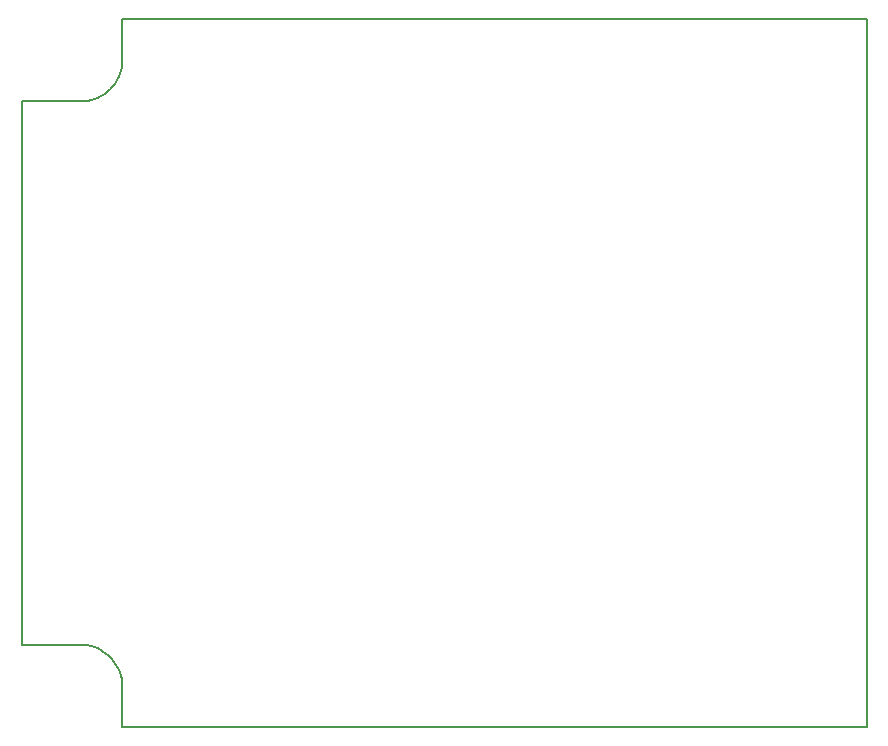
<source format=gbr>
G04 #@! TF.GenerationSoftware,KiCad,Pcbnew,(5.1.5)-3*
G04 #@! TF.CreationDate,2020-01-20T08:59:11+09:00*
G04 #@! TF.ProjectId,signaltower_host,7369676e-616c-4746-9f77-65725f686f73,rev?*
G04 #@! TF.SameCoordinates,Original*
G04 #@! TF.FileFunction,Profile,NP*
%FSLAX46Y46*%
G04 Gerber Fmt 4.6, Leading zero omitted, Abs format (unit mm)*
G04 Created by KiCad (PCBNEW (5.1.5)-3) date 2020-01-20 08:59:11*
%MOMM*%
%LPD*%
G04 APERTURE LIST*
%ADD10C,0.150000*%
G04 APERTURE END LIST*
D10*
X100000000Y-53500000D02*
G75*
G02X96500000Y-57000000I-3500000J0D01*
G01*
X91500000Y-57000000D02*
X96500000Y-57000000D01*
X100000000Y-53500000D02*
X100000000Y-50000000D01*
X96622148Y-103002132D02*
G75*
G02X100000000Y-106500000I-122148J-3497868D01*
G01*
X91500000Y-103002132D02*
X96622148Y-103002132D01*
X100000000Y-110000000D02*
X100000000Y-106500000D01*
X91500000Y-57000000D02*
X91500000Y-103000000D01*
X100000000Y-110000000D02*
X163000000Y-110000000D01*
X163000000Y-50000000D02*
X163000000Y-110000000D01*
X100000000Y-50000000D02*
X163000000Y-50000000D01*
M02*

</source>
